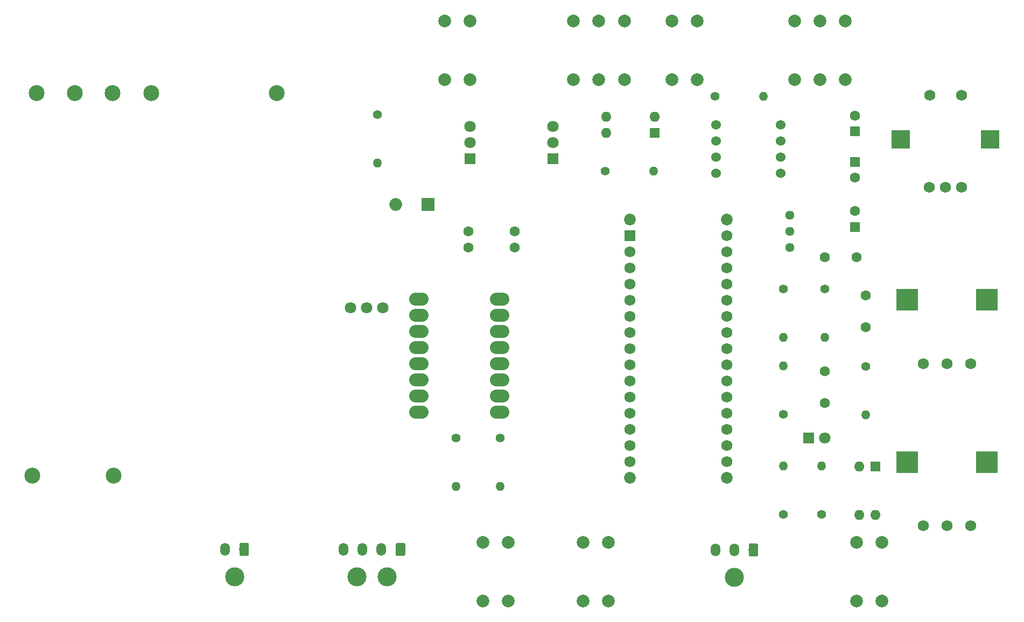
<source format=gbr>
G04 #@! TF.GenerationSoftware,KiCad,Pcbnew,(5.1.4)-1*
G04 #@! TF.CreationDate,2019-11-18T18:48:45+01:00*
G04 #@! TF.ProjectId,upuaut_2Nils,75707561-7574-45f3-924e-696c732e6b69,rev?*
G04 #@! TF.SameCoordinates,Original*
G04 #@! TF.FileFunction,Soldermask,Bot*
G04 #@! TF.FilePolarity,Negative*
%FSLAX46Y46*%
G04 Gerber Fmt 4.6, Leading zero omitted, Abs format (unit mm)*
G04 Created by KiCad (PCBNEW (5.1.4)-1) date 2019-11-18 18:48:45*
%MOMM*%
%LPD*%
G04 APERTURE LIST*
%ADD10O,1.500000X2.020000*%
%ADD11C,0.100000*%
%ADD12C,1.500000*%
%ADD13C,3.000000*%
%ADD14C,1.800000*%
%ADD15C,2.000000*%
%ADD16R,3.500000X3.500000*%
%ADD17C,1.750000*%
%ADD18C,1.850000*%
%ADD19R,1.727200X1.727200*%
%ADD20C,1.727200*%
%ADD21O,1.600000X1.600000*%
%ADD22R,1.600000X1.600000*%
%ADD23O,3.048000X2.032000*%
%ADD24C,1.524000*%
%ADD25R,3.000000X3.000000*%
%ADD26R,1.800000X1.800000*%
%ADD27C,2.500000*%
%ADD28C,1.440000*%
%ADD29O,1.400000X1.400000*%
%ADD30C,1.400000*%
%ADD31C,1.600000*%
%ADD32O,2.000000X2.000000*%
%ADD33R,2.000000X2.000000*%
G04 APERTURE END LIST*
D10*
X120300000Y-135700000D03*
X123300000Y-135700000D03*
X126300000Y-135700000D03*
D11*
G36*
X129824504Y-134691204D02*
G01*
X129848773Y-134694804D01*
X129872571Y-134700765D01*
X129895671Y-134709030D01*
X129917849Y-134719520D01*
X129938893Y-134732133D01*
X129958598Y-134746747D01*
X129976777Y-134763223D01*
X129993253Y-134781402D01*
X130007867Y-134801107D01*
X130020480Y-134822151D01*
X130030970Y-134844329D01*
X130039235Y-134867429D01*
X130045196Y-134891227D01*
X130048796Y-134915496D01*
X130050000Y-134940000D01*
X130050000Y-136460000D01*
X130048796Y-136484504D01*
X130045196Y-136508773D01*
X130039235Y-136532571D01*
X130030970Y-136555671D01*
X130020480Y-136577849D01*
X130007867Y-136598893D01*
X129993253Y-136618598D01*
X129976777Y-136636777D01*
X129958598Y-136653253D01*
X129938893Y-136667867D01*
X129917849Y-136680480D01*
X129895671Y-136690970D01*
X129872571Y-136699235D01*
X129848773Y-136705196D01*
X129824504Y-136708796D01*
X129800000Y-136710000D01*
X128800000Y-136710000D01*
X128775496Y-136708796D01*
X128751227Y-136705196D01*
X128727429Y-136699235D01*
X128704329Y-136690970D01*
X128682151Y-136680480D01*
X128661107Y-136667867D01*
X128641402Y-136653253D01*
X128623223Y-136636777D01*
X128606747Y-136618598D01*
X128592133Y-136598893D01*
X128579520Y-136577849D01*
X128569030Y-136555671D01*
X128560765Y-136532571D01*
X128554804Y-136508773D01*
X128551204Y-136484504D01*
X128550000Y-136460000D01*
X128550000Y-134940000D01*
X128551204Y-134915496D01*
X128554804Y-134891227D01*
X128560765Y-134867429D01*
X128569030Y-134844329D01*
X128579520Y-134822151D01*
X128592133Y-134801107D01*
X128606747Y-134781402D01*
X128623223Y-134763223D01*
X128641402Y-134746747D01*
X128661107Y-134732133D01*
X128682151Y-134719520D01*
X128704329Y-134709030D01*
X128727429Y-134700765D01*
X128751227Y-134694804D01*
X128775496Y-134691204D01*
X128800000Y-134690000D01*
X129800000Y-134690000D01*
X129824504Y-134691204D01*
X129824504Y-134691204D01*
G37*
D12*
X129300000Y-135700000D03*
D13*
X122450000Y-140020000D03*
X127150000Y-140020000D03*
D10*
X101700000Y-135700000D03*
D11*
G36*
X105224504Y-134691204D02*
G01*
X105248773Y-134694804D01*
X105272571Y-134700765D01*
X105295671Y-134709030D01*
X105317849Y-134719520D01*
X105338893Y-134732133D01*
X105358598Y-134746747D01*
X105376777Y-134763223D01*
X105393253Y-134781402D01*
X105407867Y-134801107D01*
X105420480Y-134822151D01*
X105430970Y-134844329D01*
X105439235Y-134867429D01*
X105445196Y-134891227D01*
X105448796Y-134915496D01*
X105450000Y-134940000D01*
X105450000Y-136460000D01*
X105448796Y-136484504D01*
X105445196Y-136508773D01*
X105439235Y-136532571D01*
X105430970Y-136555671D01*
X105420480Y-136577849D01*
X105407867Y-136598893D01*
X105393253Y-136618598D01*
X105376777Y-136636777D01*
X105358598Y-136653253D01*
X105338893Y-136667867D01*
X105317849Y-136680480D01*
X105295671Y-136690970D01*
X105272571Y-136699235D01*
X105248773Y-136705196D01*
X105224504Y-136708796D01*
X105200000Y-136710000D01*
X104200000Y-136710000D01*
X104175496Y-136708796D01*
X104151227Y-136705196D01*
X104127429Y-136699235D01*
X104104329Y-136690970D01*
X104082151Y-136680480D01*
X104061107Y-136667867D01*
X104041402Y-136653253D01*
X104023223Y-136636777D01*
X104006747Y-136618598D01*
X103992133Y-136598893D01*
X103979520Y-136577849D01*
X103969030Y-136555671D01*
X103960765Y-136532571D01*
X103954804Y-136508773D01*
X103951204Y-136484504D01*
X103950000Y-136460000D01*
X103950000Y-134940000D01*
X103951204Y-134915496D01*
X103954804Y-134891227D01*
X103960765Y-134867429D01*
X103969030Y-134844329D01*
X103979520Y-134822151D01*
X103992133Y-134801107D01*
X104006747Y-134781402D01*
X104023223Y-134763223D01*
X104041402Y-134746747D01*
X104061107Y-134732133D01*
X104082151Y-134719520D01*
X104104329Y-134709030D01*
X104127429Y-134700765D01*
X104151227Y-134694804D01*
X104175496Y-134691204D01*
X104200000Y-134690000D01*
X105200000Y-134690000D01*
X105224504Y-134691204D01*
X105224504Y-134691204D01*
G37*
D12*
X104700000Y-135700000D03*
D13*
X103200000Y-140020000D03*
D10*
X178800000Y-135800000D03*
X181800000Y-135800000D03*
D11*
G36*
X185324504Y-134791204D02*
G01*
X185348773Y-134794804D01*
X185372571Y-134800765D01*
X185395671Y-134809030D01*
X185417849Y-134819520D01*
X185438893Y-134832133D01*
X185458598Y-134846747D01*
X185476777Y-134863223D01*
X185493253Y-134881402D01*
X185507867Y-134901107D01*
X185520480Y-134922151D01*
X185530970Y-134944329D01*
X185539235Y-134967429D01*
X185545196Y-134991227D01*
X185548796Y-135015496D01*
X185550000Y-135040000D01*
X185550000Y-136560000D01*
X185548796Y-136584504D01*
X185545196Y-136608773D01*
X185539235Y-136632571D01*
X185530970Y-136655671D01*
X185520480Y-136677849D01*
X185507867Y-136698893D01*
X185493253Y-136718598D01*
X185476777Y-136736777D01*
X185458598Y-136753253D01*
X185438893Y-136767867D01*
X185417849Y-136780480D01*
X185395671Y-136790970D01*
X185372571Y-136799235D01*
X185348773Y-136805196D01*
X185324504Y-136808796D01*
X185300000Y-136810000D01*
X184300000Y-136810000D01*
X184275496Y-136808796D01*
X184251227Y-136805196D01*
X184227429Y-136799235D01*
X184204329Y-136790970D01*
X184182151Y-136780480D01*
X184161107Y-136767867D01*
X184141402Y-136753253D01*
X184123223Y-136736777D01*
X184106747Y-136718598D01*
X184092133Y-136698893D01*
X184079520Y-136677849D01*
X184069030Y-136655671D01*
X184060765Y-136632571D01*
X184054804Y-136608773D01*
X184051204Y-136584504D01*
X184050000Y-136560000D01*
X184050000Y-135040000D01*
X184051204Y-135015496D01*
X184054804Y-134991227D01*
X184060765Y-134967429D01*
X184069030Y-134944329D01*
X184079520Y-134922151D01*
X184092133Y-134901107D01*
X184106747Y-134881402D01*
X184123223Y-134863223D01*
X184141402Y-134846747D01*
X184161107Y-134832133D01*
X184182151Y-134819520D01*
X184204329Y-134809030D01*
X184227429Y-134800765D01*
X184251227Y-134794804D01*
X184275496Y-134791204D01*
X184300000Y-134790000D01*
X185300000Y-134790000D01*
X185324504Y-134791204D01*
X185324504Y-134791204D01*
G37*
D12*
X184800000Y-135800000D03*
D13*
X181800000Y-140120000D03*
D14*
X121460000Y-97700000D03*
X124000000Y-97700000D03*
X126540000Y-97700000D03*
D15*
X160500000Y-61800000D03*
X160500000Y-52600000D03*
X156500000Y-61800000D03*
X164500000Y-61800000D03*
X156500000Y-52600000D03*
X164500000Y-52600000D03*
D16*
X221550000Y-96450000D03*
X208950000Y-96450000D03*
D17*
X211500000Y-106450000D03*
X215250000Y-106450000D03*
X219000000Y-106450000D03*
D18*
X180620000Y-124430000D03*
X165380000Y-124430000D03*
X180620000Y-83790000D03*
X165380000Y-83790000D03*
D19*
X165380000Y-86330000D03*
D20*
X165380000Y-88870000D03*
X165380000Y-91410000D03*
X165380000Y-93950000D03*
X165380000Y-96490000D03*
X165380000Y-99030000D03*
X165380000Y-101570000D03*
X165380000Y-104110000D03*
X165380000Y-106650000D03*
X165380000Y-109190000D03*
X165380000Y-111730000D03*
X165380000Y-114270000D03*
X165380000Y-116810000D03*
X165380000Y-119350000D03*
X165380000Y-121890000D03*
X180620000Y-121890000D03*
X180620000Y-119350000D03*
X180620000Y-116810000D03*
X180620000Y-114270000D03*
X180620000Y-111730000D03*
X180620000Y-109190000D03*
X180620000Y-106650000D03*
X180620000Y-104110000D03*
X180620000Y-101570000D03*
X180620000Y-99030000D03*
X180620000Y-96490000D03*
X180620000Y-93950000D03*
X180620000Y-91410000D03*
X180620000Y-88870000D03*
X180620000Y-86330000D03*
D15*
X172000000Y-61800000D03*
X176000000Y-61800000D03*
X172000000Y-52600000D03*
X176000000Y-52600000D03*
D21*
X204000000Y-130320000D03*
X201460000Y-122700000D03*
X201460000Y-130320000D03*
D22*
X204000000Y-122700000D03*
D15*
X162000000Y-134600000D03*
X158000000Y-134600000D03*
X162000000Y-143800000D03*
X158000000Y-143800000D03*
X146250000Y-134600000D03*
X142250000Y-134600000D03*
X146250000Y-143800000D03*
X142250000Y-143800000D03*
X136250000Y-61800000D03*
X140250000Y-61800000D03*
X136250000Y-52600000D03*
X140250000Y-52600000D03*
X205000000Y-134600000D03*
X201000000Y-134600000D03*
X205000000Y-143800000D03*
X201000000Y-143800000D03*
X195250000Y-61800000D03*
X195250000Y-52600000D03*
X191250000Y-61800000D03*
X199250000Y-61800000D03*
X191250000Y-52600000D03*
X199250000Y-52600000D03*
D23*
X144850000Y-96310000D03*
X144850000Y-98850000D03*
X144850000Y-101390000D03*
X144850000Y-103930000D03*
X144850000Y-106470000D03*
X144850000Y-109010000D03*
X144850000Y-111550000D03*
X144850000Y-114090000D03*
X132150000Y-114090000D03*
X132150000Y-111550000D03*
X132150000Y-109010000D03*
X132150000Y-106470000D03*
X132150000Y-103930000D03*
X132150000Y-101390000D03*
X132150000Y-98850000D03*
X132150000Y-96310000D03*
D24*
X189080000Y-68870000D03*
X189080000Y-71410000D03*
X189080000Y-73950000D03*
X189080000Y-76490000D03*
X178920000Y-76490000D03*
X178920000Y-73950000D03*
X178920000Y-71410000D03*
X178920000Y-68870000D03*
D17*
X212500000Y-64200000D03*
X217500000Y-64200000D03*
D25*
X222000000Y-71200000D03*
X208000000Y-71200000D03*
D17*
X215000000Y-78700000D03*
X217540000Y-78700000D03*
X212460000Y-78700000D03*
D16*
X221550000Y-121950000D03*
X208950000Y-121950000D03*
D17*
X211500000Y-131950000D03*
X215250000Y-131950000D03*
X219000000Y-131950000D03*
D26*
X153250000Y-74200000D03*
D14*
X153250000Y-71660000D03*
X153250000Y-69120000D03*
D26*
X140250000Y-74200000D03*
D14*
X140250000Y-71660000D03*
X140250000Y-69120000D03*
D21*
X161630000Y-70200000D03*
X169250000Y-67660000D03*
X161630000Y-67660000D03*
D22*
X169250000Y-70200000D03*
D27*
X84150000Y-124100000D03*
X71400000Y-124100000D03*
X109850000Y-63900000D03*
X90100000Y-63900000D03*
X84050000Y-63900000D03*
X78050000Y-63900000D03*
X72050000Y-63900000D03*
D28*
X190500000Y-83120000D03*
X190500000Y-85660000D03*
X190500000Y-88200000D03*
D29*
X202500000Y-114570000D03*
D30*
X202500000Y-106950000D03*
D29*
X125700000Y-74920000D03*
D30*
X125700000Y-67300000D03*
D29*
X195500000Y-122580000D03*
D30*
X195500000Y-130200000D03*
D29*
X189500000Y-106830000D03*
D30*
X189500000Y-114450000D03*
D29*
X186370000Y-64450000D03*
D30*
X178750000Y-64450000D03*
D29*
X189500000Y-102320000D03*
D30*
X189500000Y-94700000D03*
D29*
X189500000Y-122580000D03*
D30*
X189500000Y-130200000D03*
D29*
X145000000Y-125820000D03*
D30*
X145000000Y-118200000D03*
D29*
X138000000Y-125820000D03*
D30*
X138000000Y-118200000D03*
D29*
X169120000Y-76200000D03*
D30*
X161500000Y-76200000D03*
D29*
X196000000Y-102320000D03*
D30*
X196000000Y-94700000D03*
D31*
X140000000Y-85700000D03*
X140000000Y-88200000D03*
X147250000Y-85700000D03*
X147250000Y-88200000D03*
D32*
X128520000Y-81400000D03*
D33*
X133600000Y-81400000D03*
D14*
X196040000Y-118200000D03*
D26*
X193500000Y-118200000D03*
D31*
X200750000Y-77200000D03*
D22*
X200750000Y-74700000D03*
D31*
X200750000Y-82450000D03*
D22*
X200750000Y-84950000D03*
D31*
X196000000Y-89700000D03*
X201000000Y-89700000D03*
X200750000Y-67450000D03*
D22*
X200750000Y-69950000D03*
D31*
X196000000Y-112700000D03*
X196000000Y-107700000D03*
X202500000Y-100700000D03*
X202500000Y-95700000D03*
M02*

</source>
